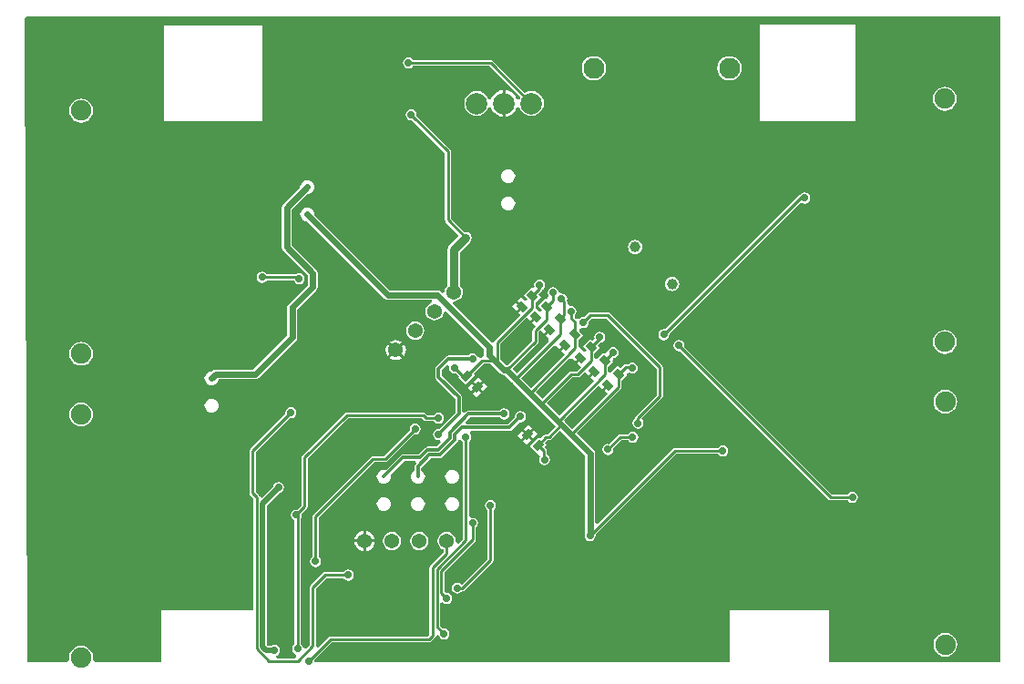
<source format=gbl>
G04 Layer_Physical_Order=2*
G04 Layer_Color=16711680*
%FSLAX44Y44*%
%MOMM*%
G71*
G01*
G75*
G04:AMPARAMS|DCode=27|XSize=0.9mm|YSize=0.7mm|CornerRadius=0mm|HoleSize=0mm|Usage=FLASHONLY|Rotation=135.000|XOffset=0mm|YOffset=0mm|HoleType=Round|Shape=Rectangle|*
%AMROTATEDRECTD27*
4,1,4,0.5657,-0.0707,0.0707,-0.5657,-0.5657,0.0707,-0.0707,0.5657,0.5657,-0.0707,0.0*
%
%ADD27ROTATEDRECTD27*%

G04:AMPARAMS|DCode=28|XSize=0.9mm|YSize=0.7mm|CornerRadius=0mm|HoleSize=0mm|Usage=FLASHONLY|Rotation=225.000|XOffset=0mm|YOffset=0mm|HoleType=Round|Shape=Rectangle|*
%AMROTATEDRECTD28*
4,1,4,0.0707,0.5657,0.5657,0.0707,-0.0707,-0.5657,-0.5657,-0.0707,0.0707,0.5657,0.0*
%
%ADD28ROTATEDRECTD28*%

%ADD29C,0.8000*%
%ADD31C,0.2500*%
%ADD32C,0.6000*%
%ADD33C,0.3000*%
%ADD34C,0.5000*%
%ADD36C,1.0000*%
%ADD37C,2.0000*%
%ADD38C,1.9500*%
%ADD39C,1.3716*%
%ADD40C,1.9000*%
%ADD41C,0.7000*%
G36*
X1003188Y676273D02*
X998946Y672030D01*
X1002398Y668578D01*
X971542Y637722D01*
X962207Y647057D01*
X991281Y676132D01*
X994859Y676117D01*
X997150Y673826D01*
X1001392Y678068D01*
X1003188Y676273D01*
D02*
G37*
G36*
X989476Y690880D02*
X985233Y686637D01*
X987714Y684156D01*
X987808Y680658D01*
X958207Y651057D01*
X953952Y655312D01*
X977360Y678720D01*
X977973Y679638D01*
X978188Y680720D01*
Y689708D01*
X980175Y691695D01*
X983437Y688433D01*
X987680Y692676D01*
X989476Y690880D01*
D02*
G37*
G36*
X976776Y702310D02*
X972533Y698067D01*
X975540Y695060D01*
X973360Y692880D01*
X972747Y691962D01*
X972532Y690880D01*
Y681891D01*
X949201Y658561D01*
X948690Y658663D01*
X948061D01*
X942628Y664095D01*
Y678279D01*
X967475Y703125D01*
X970737Y699863D01*
X974980Y704106D01*
X976776Y702310D01*
D02*
G37*
G36*
X1018298Y664712D02*
X1014056Y660470D01*
X1017508Y657018D01*
X1013559Y653068D01*
X1008380D01*
X1007298Y652853D01*
X1006380Y652240D01*
X981702Y627562D01*
X975542Y633722D01*
X1006391Y664571D01*
X1009969Y664557D01*
X1012260Y662266D01*
X1016502Y666508D01*
X1018298Y664712D01*
D02*
G37*
G36*
X1407160Y383540D02*
X1406634Y382270D01*
X1248410D01*
Y430530D01*
X1155700D01*
Y382270D01*
X770705D01*
X770158Y382936D01*
X769810Y384810D01*
X786031Y401032D01*
X876300D01*
X877382Y401247D01*
X878300Y401860D01*
X881682Y405242D01*
X881682Y405242D01*
X882295Y406160D01*
X882415Y406764D01*
X883691Y407611D01*
X885050Y408037D01*
X885371Y407817D01*
X885537Y406980D01*
X886648Y405318D01*
X888310Y404207D01*
X890270Y403818D01*
X892230Y404207D01*
X893892Y405318D01*
X895003Y406980D01*
X895392Y408940D01*
X895003Y410900D01*
X893892Y412562D01*
X892230Y413672D01*
X890270Y414062D01*
X889334Y413876D01*
X886534Y416675D01*
Y437737D01*
X889074Y438508D01*
X889188Y438338D01*
X890850Y437228D01*
X892810Y436838D01*
X894770Y437228D01*
X896432Y438338D01*
X897542Y440000D01*
X897932Y441960D01*
X897542Y443920D01*
X896432Y445582D01*
X894770Y446693D01*
X892810Y447082D01*
X892615Y447043D01*
X890558Y448840D01*
Y466189D01*
X918940Y494570D01*
X918940Y494570D01*
X919553Y495488D01*
X919768Y496570D01*
X919768Y496570D01*
Y507658D01*
X920562Y508188D01*
X921673Y509850D01*
X922062Y511810D01*
X921673Y513770D01*
X920562Y515432D01*
X918900Y516543D01*
X916940Y516932D01*
X915958Y516737D01*
X913418Y518321D01*
Y587668D01*
X914212Y588198D01*
X915322Y589860D01*
X915712Y591820D01*
X915322Y593780D01*
X914449Y595087D01*
X914853Y596518D01*
X915514Y597627D01*
X951230D01*
X951230Y597627D01*
X952410Y597862D01*
X953410Y598530D01*
X960754Y605874D01*
X961390Y605748D01*
X963350Y606138D01*
X965012Y607248D01*
X966123Y608910D01*
X966512Y610870D01*
X966123Y612830D01*
X965012Y614492D01*
X963350Y615602D01*
X961390Y615992D01*
X959430Y615602D01*
X957768Y614492D01*
X956657Y612830D01*
X956268Y610870D01*
X956394Y610234D01*
X949953Y603793D01*
X911144D01*
X910172Y606140D01*
X914359Y610327D01*
X942168D01*
X942528Y609788D01*
X944190Y608677D01*
X946150Y608288D01*
X948110Y608677D01*
X949772Y609788D01*
X950882Y611450D01*
X951272Y613410D01*
X950882Y615370D01*
X949772Y617032D01*
X948110Y618143D01*
X946150Y618532D01*
X944190Y618143D01*
X942528Y617032D01*
X942168Y616493D01*
X913082D01*
X913082Y616493D01*
X911902Y616259D01*
X910902Y615590D01*
X910902Y615590D01*
X909863Y614552D01*
X907323Y615604D01*
Y628650D01*
X907088Y629830D01*
X906420Y630830D01*
X906420Y630830D01*
X888273Y648977D01*
Y654043D01*
X893245Y659015D01*
X893357Y658968D01*
X895340Y657518D01*
X895063Y656125D01*
X895453Y654165D01*
X896564Y652503D01*
X898225Y651393D01*
X900186Y651003D01*
X901122Y651189D01*
X904052Y648259D01*
X903588Y647795D01*
X910693Y640690D01*
X919212Y649210D01*
X917660Y650762D01*
X927009Y660112D01*
X933565D01*
X942888Y650788D01*
X944385Y649789D01*
X946150Y649437D01*
X946779D01*
X953683Y642533D01*
X954064Y642279D01*
X954318Y641898D01*
X967018Y629198D01*
X977178Y619038D01*
X994228Y601988D01*
X986889Y594648D01*
X985259D01*
X984177Y594433D01*
X983260Y593820D01*
X980029Y590590D01*
X978477Y592142D01*
X969958Y583623D01*
X977063Y576518D01*
X977063D01*
X979114Y574977D01*
X979450Y573492D01*
X978969Y572773D01*
X978580Y570813D01*
X978969Y568852D01*
X980080Y567191D01*
X981742Y566080D01*
X983702Y565690D01*
X985662Y566080D01*
X987324Y567191D01*
X988435Y568852D01*
X988824Y570813D01*
X988435Y572773D01*
X987324Y574435D01*
X985662Y575545D01*
X985632Y575551D01*
Y579296D01*
X985417Y580378D01*
X984804Y581296D01*
X983322Y582778D01*
X985582Y585037D01*
X984029Y586590D01*
X986431Y588992D01*
X988060D01*
X989142Y589207D01*
X990060Y589820D01*
X998228Y597988D01*
X1005118Y591098D01*
X1021547Y574669D01*
Y502520D01*
X1021428Y502340D01*
X1021038Y500380D01*
X1021428Y498420D01*
X1022538Y496758D01*
X1024200Y495648D01*
X1026160Y495258D01*
X1028120Y495648D01*
X1029782Y496758D01*
X1030892Y498420D01*
X1031282Y500380D01*
X1031096Y501316D01*
X1106071Y576292D01*
X1145198D01*
X1145728Y575498D01*
X1147390Y574388D01*
X1149350Y573998D01*
X1151310Y574388D01*
X1152972Y575498D01*
X1154082Y577160D01*
X1154472Y579120D01*
X1154082Y581080D01*
X1152972Y582742D01*
X1151310Y583853D01*
X1149350Y584242D01*
X1147390Y583853D01*
X1145728Y582742D01*
X1145198Y581948D01*
X1104900D01*
X1103818Y581733D01*
X1102900Y581120D01*
X1033119Y511339D01*
X1030773Y512311D01*
Y576580D01*
X1030422Y578345D01*
X1029422Y579842D01*
X1013642Y595622D01*
X1054412Y636392D01*
X1055025Y637309D01*
X1055240Y638392D01*
Y644608D01*
X1060224Y649591D01*
X1059803Y650012D01*
X1060131Y650777D01*
X1063216Y651557D01*
X1063462Y651393D01*
X1065422Y651003D01*
X1067383Y651393D01*
X1069044Y652503D01*
X1070155Y654165D01*
X1070545Y656125D01*
X1070155Y658085D01*
X1069044Y659747D01*
X1067383Y660858D01*
X1065422Y661247D01*
X1063462Y660858D01*
X1061956Y659851D01*
X1059136D01*
X1059136Y659851D01*
X1058054Y659636D01*
X1057136Y659023D01*
X1057136Y659023D01*
X1053964Y655851D01*
X1051704Y658111D01*
X1045208Y651614D01*
X1042668Y652474D01*
Y657180D01*
X1047651Y662164D01*
X1046927Y662888D01*
X1047179Y664054D01*
X1047941Y665466D01*
X1049422Y665761D01*
X1051084Y666871D01*
X1052194Y668533D01*
X1052584Y670493D01*
X1052194Y672454D01*
X1051084Y674116D01*
X1049422Y675226D01*
X1047462Y675616D01*
X1045502Y675226D01*
X1043840Y674116D01*
X1042729Y672454D01*
X1042435Y670973D01*
X1041023Y670210D01*
X1039856Y669959D01*
X1039132Y670683D01*
X1032668Y664219D01*
X1030128Y665125D01*
Y669819D01*
X1035112Y674803D01*
X1032852Y677062D01*
X1035448Y679658D01*
X1037010Y679969D01*
X1038672Y681079D01*
X1039782Y682741D01*
X1040172Y684702D01*
X1039782Y686662D01*
X1038672Y688324D01*
X1037010Y689434D01*
X1035050Y689824D01*
X1033090Y689434D01*
X1031428Y688324D01*
X1030318Y686662D01*
X1029928Y684702D01*
X1030206Y683300D01*
X1028287Y681878D01*
X1028111Y681803D01*
X1026593Y683322D01*
X1019488Y676217D01*
X1023157Y672548D01*
X1023054Y672033D01*
X1020298Y671197D01*
X1016693Y674803D01*
Y674803D01*
X1015018Y676649D01*
Y681379D01*
X1020002Y686363D01*
X1016020Y690345D01*
X1016193Y691820D01*
X1016552Y692242D01*
X1018734Y693592D01*
X1019810Y693378D01*
X1021770Y693767D01*
X1023432Y694878D01*
X1024542Y696540D01*
X1024932Y698500D01*
X1024746Y699436D01*
X1027331Y702022D01*
X1041498D01*
X1088102Y655418D01*
Y631091D01*
X1068610Y611600D01*
X1067997Y610682D01*
X1067782Y609600D01*
Y609034D01*
X1066988Y608503D01*
X1065878Y606841D01*
X1065488Y604881D01*
X1065878Y602921D01*
X1066988Y601259D01*
X1068650Y600149D01*
X1070610Y599759D01*
X1072570Y600149D01*
X1074232Y601259D01*
X1075342Y602921D01*
X1075732Y604881D01*
X1075342Y606841D01*
X1074232Y608503D01*
X1074168Y609158D01*
X1092930Y627920D01*
X1093543Y628838D01*
X1093758Y629920D01*
Y656590D01*
X1093758Y656590D01*
X1093543Y657672D01*
X1092930Y658590D01*
X1044670Y706850D01*
X1043752Y707463D01*
X1042670Y707678D01*
X1026160D01*
X1025078Y707463D01*
X1024160Y706850D01*
X1024160Y706850D01*
X1020746Y703436D01*
X1019810Y703622D01*
X1017850Y703232D01*
X1016188Y702122D01*
X1016126Y702029D01*
X1016090Y702001D01*
X1012941Y701749D01*
X1012348Y702342D01*
X1012002Y705038D01*
X1013112Y706700D01*
X1013502Y708660D01*
X1013112Y710620D01*
X1012002Y712282D01*
X1010340Y713392D01*
X1008380Y713782D01*
X1007398Y713587D01*
X1004858Y715172D01*
Y717721D01*
X1004643Y718804D01*
X1004554Y718936D01*
X1004784Y720090D01*
X1004394Y722050D01*
X1003283Y723712D01*
X1001622Y724822D01*
X999661Y725212D01*
X999291Y725139D01*
X997158Y726062D01*
X996737Y727023D01*
X996517Y728131D01*
X995406Y729793D01*
X993745Y730904D01*
X991784Y731293D01*
X989824Y730904D01*
X988162Y729793D01*
X987052Y728131D01*
X986662Y726171D01*
X987052Y724211D01*
X987477Y723575D01*
X986830Y720617D01*
X985829Y720161D01*
X985070Y720920D01*
X977965Y713815D01*
X981634Y710145D01*
X981532Y709631D01*
X978776Y708795D01*
X975316Y712255D01*
Y717348D01*
X980300Y722331D01*
X978040Y724591D01*
X981212Y727763D01*
X981212Y727763D01*
X981825Y728681D01*
X981912Y729117D01*
X982834Y729733D01*
X983944Y731395D01*
X984334Y733355D01*
X983944Y735316D01*
X982834Y736977D01*
X981172Y738088D01*
X979212Y738478D01*
X977252Y738088D01*
X975590Y736977D01*
X974479Y735316D01*
X974090Y733355D01*
X974393Y731830D01*
X973246Y730794D01*
X972298Y730333D01*
X971780Y730851D01*
X964675Y723746D01*
X968344Y720077D01*
X968242Y719562D01*
X965486Y718726D01*
X961881Y722331D01*
X958536Y718987D01*
X963486Y714037D01*
X962588Y713139D01*
X963486Y712241D01*
X959243Y707999D01*
X961796Y705446D01*
X937800Y681450D01*
X937187Y680532D01*
X934501Y679842D01*
X898530Y715813D01*
X899203Y717639D01*
X899650Y718285D01*
X901619Y718544D01*
X903658Y719389D01*
X905409Y720733D01*
X906752Y722484D01*
X907597Y724523D01*
X907885Y726711D01*
X907597Y728899D01*
X906752Y730938D01*
X905409Y732689D01*
X905063Y732954D01*
Y763748D01*
X914573Y773257D01*
X915794Y775085D01*
X916222Y777240D01*
X915794Y779395D01*
X914573Y781223D01*
X912745Y782443D01*
X910590Y782872D01*
X909229Y782601D01*
X896908Y794921D01*
Y857250D01*
X896693Y858332D01*
X896080Y859250D01*
X864726Y890604D01*
X864912Y891540D01*
X864522Y893500D01*
X863412Y895162D01*
X861750Y896273D01*
X859790Y896662D01*
X857830Y896273D01*
X856168Y895162D01*
X855058Y893500D01*
X854668Y891540D01*
X855058Y889580D01*
X856168Y887918D01*
X857830Y886807D01*
X859790Y886418D01*
X860726Y886604D01*
X891252Y856078D01*
Y793750D01*
X891467Y792668D01*
X892080Y791750D01*
X904607Y779223D01*
X895448Y770063D01*
X894227Y768236D01*
X893799Y766081D01*
X893799Y766081D01*
Y732954D01*
X893453Y732689D01*
X892109Y730938D01*
X891264Y728899D01*
X891005Y726930D01*
X890359Y726483D01*
X888533Y725810D01*
X887182Y727162D01*
X885685Y728161D01*
X883920Y728513D01*
X840111D01*
X769844Y798780D01*
X769850Y798830D01*
X769626Y800533D01*
X768969Y802120D01*
X767923Y803483D01*
X766560Y804529D01*
X764973Y805186D01*
X763270Y805410D01*
X761567Y805186D01*
X759980Y804529D01*
X758617Y803483D01*
X757571Y802120D01*
X756914Y800533D01*
X756690Y798830D01*
X756914Y797127D01*
X757571Y795540D01*
X758617Y794177D01*
X759980Y793131D01*
X761567Y792474D01*
X763270Y792250D01*
X763320Y792256D01*
X834938Y720638D01*
X836435Y719639D01*
X838200Y719287D01*
X878695D01*
X879282Y716917D01*
X877243Y716072D01*
X875492Y714728D01*
X874149Y712977D01*
X873304Y710938D01*
X873016Y708750D01*
X873304Y706562D01*
X874149Y704523D01*
X875492Y702772D01*
X877243Y701429D01*
X879282Y700584D01*
X881470Y700296D01*
X883658Y700584D01*
X885697Y701429D01*
X887448Y702772D01*
X888792Y704523D01*
X889637Y706562D01*
X889812Y707893D01*
X891982Y708877D01*
X892395Y708902D01*
X927567Y673729D01*
Y668020D01*
X925844Y665776D01*
X925631Y665727D01*
X924755Y665553D01*
X924510Y665389D01*
X922420Y665924D01*
X921717Y666412D01*
X921673Y666637D01*
X920562Y668299D01*
X918900Y669409D01*
X916940Y669799D01*
X914980Y669409D01*
X913318Y668299D01*
X912958Y667760D01*
X894547D01*
X894547Y667760D01*
X893367Y667525D01*
X892366Y666857D01*
X892366Y666857D01*
X883010Y657500D01*
X882342Y656500D01*
X882107Y655320D01*
X882107Y655320D01*
Y647700D01*
X882107Y647700D01*
X882342Y646520D01*
X883010Y645520D01*
X901157Y627373D01*
Y614687D01*
X885826Y599356D01*
X885190Y599482D01*
X883230Y599092D01*
X881568Y597982D01*
X880458Y596320D01*
X880068Y594360D01*
X880458Y592400D01*
X881568Y590738D01*
X883230Y589627D01*
X885190Y589238D01*
X886248Y589448D01*
X887499Y587107D01*
X883309Y582917D01*
X874977D01*
X874977Y582917D01*
X873797Y582682D01*
X872796Y582014D01*
X866635Y575853D01*
X852170D01*
X850990Y575619D01*
X849990Y574950D01*
X849990Y574950D01*
X836300Y561260D01*
X836093Y561346D01*
X834390Y561570D01*
X832687Y561346D01*
X831100Y560689D01*
X829737Y559643D01*
X828691Y558280D01*
X828034Y556693D01*
X827810Y554990D01*
X828034Y553287D01*
X828691Y551700D01*
X829737Y550337D01*
X831100Y549291D01*
X832687Y548634D01*
X834390Y548410D01*
X836093Y548634D01*
X837680Y549291D01*
X839043Y550337D01*
X840089Y551700D01*
X840746Y553287D01*
X840970Y554990D01*
X840746Y556693D01*
X840660Y556900D01*
X853447Y569687D01*
X863548D01*
X864520Y567340D01*
X863960Y566780D01*
X863291Y565779D01*
X863057Y564600D01*
X863057Y564599D01*
Y560774D01*
X862850Y560689D01*
X861487Y559643D01*
X860441Y558280D01*
X859784Y556693D01*
X859560Y554990D01*
X859784Y553287D01*
X860441Y551700D01*
X861487Y550337D01*
X862850Y549291D01*
X864437Y548634D01*
X866140Y548410D01*
X867843Y548634D01*
X869430Y549291D01*
X870793Y550337D01*
X871839Y551700D01*
X872496Y553287D01*
X872720Y554990D01*
X872496Y556693D01*
X871839Y558280D01*
X870793Y559643D01*
X869430Y560689D01*
X869223Y560774D01*
Y563322D01*
X878128Y572227D01*
X886460D01*
X886460Y572227D01*
X887640Y572462D01*
X888640Y573130D01*
X902610Y587100D01*
X902610Y587100D01*
X903279Y588100D01*
X903513Y589280D01*
X904774Y589592D01*
X906053Y589567D01*
X906968Y588198D01*
X907762Y587668D01*
Y497082D01*
X903500Y492821D01*
X901094Y494007D01*
X901264Y495300D01*
X900976Y497488D01*
X900132Y499527D01*
X898788Y501278D01*
X897037Y502622D01*
X894998Y503466D01*
X892810Y503754D01*
X890622Y503466D01*
X888583Y502622D01*
X886832Y501278D01*
X885488Y499527D01*
X884644Y497488D01*
X884356Y495300D01*
X884644Y493112D01*
X885488Y491073D01*
X886832Y489322D01*
X888583Y487978D01*
X889982Y487399D01*
Y484993D01*
X877682Y472693D01*
X877069Y471776D01*
X876854Y470694D01*
Y408414D01*
X875128Y406688D01*
X784860D01*
X783778Y406473D01*
X782860Y405860D01*
X773584Y396584D01*
X771785Y397276D01*
X771178Y397770D01*
Y450948D01*
X780952Y460722D01*
X797217D01*
X797748Y459928D01*
X799410Y458817D01*
X801370Y458428D01*
X803330Y458817D01*
X804992Y459928D01*
X806103Y461590D01*
X806492Y463550D01*
X806103Y465510D01*
X804992Y467172D01*
X803330Y468283D01*
X801370Y468672D01*
X799410Y468283D01*
X797748Y467172D01*
X797217Y466378D01*
X779780D01*
X778698Y466163D01*
X777780Y465550D01*
X766350Y454120D01*
X765737Y453202D01*
X765522Y452120D01*
Y398681D01*
X761916Y395076D01*
X759289Y396041D01*
X759112Y396930D01*
X758002Y398592D01*
X757208Y399123D01*
Y516521D01*
X757842Y517470D01*
X758232Y519430D01*
X758046Y520366D01*
X762730Y525050D01*
X763343Y525968D01*
X763558Y527050D01*
Y571599D01*
X801272Y609312D01*
X870049D01*
X871760Y607600D01*
X872678Y606987D01*
X873760Y606772D01*
X881038D01*
X881568Y605978D01*
X883230Y604868D01*
X885190Y604478D01*
X887150Y604868D01*
X888812Y605978D01*
X889922Y607640D01*
X890312Y609600D01*
X889922Y611560D01*
X888812Y613222D01*
X887150Y614333D01*
X885190Y614722D01*
X883230Y614333D01*
X881568Y613222D01*
X881038Y612428D01*
X874931D01*
X873220Y614140D01*
X872302Y614753D01*
X871220Y614968D01*
X800100D01*
X799018Y614753D01*
X798100Y614140D01*
X758730Y574770D01*
X758117Y573852D01*
X757902Y572770D01*
Y528222D01*
X754046Y524366D01*
X753110Y524552D01*
X751150Y524162D01*
X749488Y523052D01*
X748378Y521390D01*
X747988Y519430D01*
X748378Y517470D01*
X749488Y515808D01*
X751150Y514697D01*
X751552Y514618D01*
Y399123D01*
X750758Y398592D01*
X749648Y396930D01*
X749258Y394970D01*
X749648Y393010D01*
X750758Y391348D01*
X752167Y390406D01*
X752562Y389618D01*
X753023Y387611D01*
X752065Y386368D01*
X734703D01*
X734453Y388908D01*
X734750Y388968D01*
X736412Y390078D01*
X737523Y391740D01*
X737912Y393700D01*
X737523Y395660D01*
X736412Y397322D01*
X734750Y398433D01*
X732790Y398822D01*
X730830Y398433D01*
X729887Y397803D01*
X726870D01*
X725581Y399091D01*
Y528009D01*
X737449Y539876D01*
X738560Y540098D01*
X740222Y541208D01*
X741332Y542870D01*
X741722Y544830D01*
X741332Y546790D01*
X740222Y548452D01*
X738560Y549562D01*
X736600Y549952D01*
X734640Y549562D01*
X732978Y548452D01*
X731868Y546790D01*
X731646Y545679D01*
X721291Y535323D01*
X718923Y536548D01*
X718817Y537081D01*
X718204Y537999D01*
X715298Y540904D01*
Y577948D01*
X747094Y609744D01*
X748030Y609558D01*
X749990Y609948D01*
X751652Y611058D01*
X752763Y612720D01*
X753152Y614680D01*
X752763Y616640D01*
X751652Y618302D01*
X749990Y619412D01*
X748030Y619802D01*
X746070Y619412D01*
X744408Y618302D01*
X743298Y616640D01*
X742908Y614680D01*
X743094Y613744D01*
X710470Y581120D01*
X709857Y580202D01*
X709642Y579120D01*
Y539733D01*
X709857Y538650D01*
X710470Y537733D01*
X713376Y534827D01*
Y430530D01*
X627380D01*
X627380Y382270D01*
X565412D01*
X563853Y384810D01*
X564139Y386980D01*
X563760Y389858D01*
X562649Y392540D01*
X560882Y394842D01*
X558580Y396609D01*
X555898Y397720D01*
X553020Y398099D01*
X550142Y397720D01*
X547460Y396609D01*
X545158Y394842D01*
X543391Y392540D01*
X542280Y389858D01*
X541901Y386980D01*
X542187Y384810D01*
X540628Y382270D01*
X502920D01*
X500394Y980960D01*
X502925Y982980D01*
X1407160D01*
Y383540D01*
D02*
G37*
G36*
X1043410Y639501D02*
X1039167Y635258D01*
X1042223Y632203D01*
X1009642Y599622D01*
X1002752Y606512D01*
X1001577Y607687D01*
X1034158Y640268D01*
X1037372Y637054D01*
X1041614Y641297D01*
X1043410Y639501D01*
D02*
G37*
G36*
X1030838Y652073D02*
X1026595Y647831D01*
X1030158Y644268D01*
X997577Y611687D01*
X985702Y623562D01*
X1009551Y647412D01*
X1014730D01*
X1015812Y647627D01*
X1016730Y648240D01*
X1021458Y652968D01*
X1024799Y649627D01*
X1029042Y653869D01*
X1030838Y652073D01*
D02*
G37*
%LPC*%
G36*
X962730Y597574D02*
X958678Y593523D01*
X962022Y590178D01*
X966074Y594230D01*
X962730Y597574D01*
D02*
G37*
G36*
X973718Y598282D02*
X969666Y594230D01*
X973011Y590885D01*
X977063Y594937D01*
X973718Y598282D01*
D02*
G37*
G36*
X863600Y604562D02*
X861640Y604173D01*
X859978Y603062D01*
X858867Y601400D01*
X858478Y599440D01*
X858664Y598504D01*
X834489Y574328D01*
X824230D01*
X823148Y574113D01*
X822230Y573500D01*
X822230Y573500D01*
X768890Y520160D01*
X768277Y519242D01*
X768062Y518160D01*
Y480402D01*
X767268Y479872D01*
X766158Y478210D01*
X765768Y476250D01*
X766158Y474290D01*
X767268Y472628D01*
X768930Y471517D01*
X770890Y471128D01*
X772850Y471517D01*
X774512Y472628D01*
X775622Y474290D01*
X776012Y476250D01*
X775622Y478210D01*
X774512Y479872D01*
X773718Y480402D01*
Y516988D01*
X825402Y568672D01*
X835660D01*
X836742Y568887D01*
X837660Y569500D01*
X862664Y594504D01*
X863600Y594318D01*
X865560Y594707D01*
X867222Y595818D01*
X868333Y597480D01*
X868722Y599440D01*
X868333Y601400D01*
X867222Y603062D01*
X865560Y604173D01*
X863600Y604562D01*
D02*
G37*
G36*
X897890Y561570D02*
X896187Y561346D01*
X894600Y560689D01*
X893237Y559643D01*
X892191Y558280D01*
X891534Y556693D01*
X891310Y554990D01*
X891534Y553287D01*
X892191Y551700D01*
X893237Y550337D01*
X894600Y549291D01*
X896187Y548634D01*
X897890Y548410D01*
X899593Y548634D01*
X901180Y549291D01*
X902543Y550337D01*
X903589Y551700D01*
X904246Y553287D01*
X904470Y554990D01*
X904246Y556693D01*
X903589Y558280D01*
X902543Y559643D01*
X901180Y560689D01*
X899593Y561346D01*
X897890Y561570D01*
D02*
G37*
G36*
X967870Y592434D02*
X963819Y588382D01*
X967163Y585037D01*
X971215Y589089D01*
X967870Y592434D01*
D02*
G37*
G36*
X1065711Y596942D02*
X1063750Y596553D01*
X1062088Y595442D01*
X1061558Y594648D01*
X1054100D01*
X1053018Y594433D01*
X1052100Y593820D01*
X1043606Y585326D01*
X1042670Y585512D01*
X1040710Y585122D01*
X1039048Y584012D01*
X1037937Y582350D01*
X1037548Y580390D01*
X1037937Y578430D01*
X1039048Y576768D01*
X1040710Y575658D01*
X1042670Y575268D01*
X1044630Y575658D01*
X1046292Y576768D01*
X1047402Y578430D01*
X1047792Y580390D01*
X1047606Y581326D01*
X1055272Y588992D01*
X1061558D01*
X1062088Y588198D01*
X1063750Y587088D01*
X1065711Y586698D01*
X1067671Y587088D01*
X1069333Y588198D01*
X1070443Y589860D01*
X1070833Y591820D01*
X1070443Y593780D01*
X1069333Y595442D01*
X1067671Y596553D01*
X1065711Y596942D01*
D02*
G37*
G36*
X1356360Y635959D02*
X1353482Y635580D01*
X1350800Y634469D01*
X1348498Y632702D01*
X1346731Y630400D01*
X1345620Y627718D01*
X1345241Y624840D01*
X1345620Y621962D01*
X1346731Y619280D01*
X1348498Y616978D01*
X1350800Y615211D01*
X1353482Y614100D01*
X1356360Y613721D01*
X1359238Y614100D01*
X1361920Y615211D01*
X1364222Y616978D01*
X1365989Y619280D01*
X1367100Y621962D01*
X1367479Y624840D01*
X1367100Y627718D01*
X1365989Y630400D01*
X1364222Y632702D01*
X1361920Y634469D01*
X1359238Y635580D01*
X1356360Y635959D01*
D02*
G37*
G36*
X674370Y627610D02*
X672667Y627386D01*
X671080Y626729D01*
X669717Y625683D01*
X668671Y624320D01*
X668014Y622733D01*
X667790Y621030D01*
X668014Y619327D01*
X668671Y617740D01*
X669717Y616377D01*
X671080Y615331D01*
X672667Y614674D01*
X674370Y614450D01*
X676073Y614674D01*
X677660Y615331D01*
X679023Y616377D01*
X680069Y617740D01*
X680726Y619327D01*
X680950Y621030D01*
X680726Y622733D01*
X680069Y624320D01*
X679023Y625683D01*
X677660Y626729D01*
X676073Y627386D01*
X674370Y627610D01*
D02*
G37*
G36*
X921300Y636807D02*
X917248Y632755D01*
X920593Y629411D01*
X924644Y633462D01*
X921300Y636807D01*
D02*
G37*
G36*
X968577Y603422D02*
X964526Y599370D01*
X967870Y596026D01*
X971922Y600078D01*
X968577Y603422D01*
D02*
G37*
G36*
X1155700Y946091D02*
X1152757Y945704D01*
X1150014Y944568D01*
X1147659Y942761D01*
X1145852Y940406D01*
X1144716Y937663D01*
X1144329Y934720D01*
X1144716Y931777D01*
X1145852Y929034D01*
X1147659Y926679D01*
X1150014Y924872D01*
X1152757Y923736D01*
X1155700Y923349D01*
X1158643Y923736D01*
X1161386Y924872D01*
X1163741Y926679D01*
X1165548Y929034D01*
X1166684Y931777D01*
X1167071Y934720D01*
X1166684Y937663D01*
X1165548Y940406D01*
X1163741Y942761D01*
X1161386Y944568D01*
X1158643Y945704D01*
X1155700Y946091D01*
D02*
G37*
G36*
X553020Y624099D02*
X550142Y623720D01*
X547460Y622609D01*
X545158Y620842D01*
X543391Y618540D01*
X542280Y615858D01*
X541901Y612980D01*
X542280Y610102D01*
X543391Y607421D01*
X545158Y605118D01*
X547460Y603351D01*
X550142Y602240D01*
X553020Y601861D01*
X555898Y602240D01*
X558580Y603351D01*
X560882Y605118D01*
X562649Y607421D01*
X563760Y610102D01*
X564139Y612980D01*
X563760Y615858D01*
X562649Y618540D01*
X560882Y620842D01*
X558580Y622609D01*
X555898Y623720D01*
X553020Y624099D01*
D02*
G37*
G36*
X825882Y494030D02*
X817880D01*
Y486029D01*
X819053Y486183D01*
X821329Y487126D01*
X823284Y488626D01*
X824784Y490581D01*
X825727Y492857D01*
X825882Y494030D01*
D02*
G37*
G36*
X842010Y503754D02*
X839822Y503466D01*
X837783Y502622D01*
X836032Y501278D01*
X834688Y499527D01*
X833844Y497488D01*
X833556Y495300D01*
X833844Y493112D01*
X834688Y491073D01*
X836032Y489322D01*
X837783Y487978D01*
X839822Y487134D01*
X842010Y486846D01*
X844198Y487134D01*
X846237Y487978D01*
X847988Y489322D01*
X849332Y491073D01*
X850176Y493112D01*
X850464Y495300D01*
X850176Y497488D01*
X849332Y499527D01*
X847988Y501278D01*
X846237Y502622D01*
X844198Y503466D01*
X842010Y503754D01*
D02*
G37*
G36*
X867410D02*
X865222Y503466D01*
X863183Y502622D01*
X861432Y501278D01*
X860088Y499527D01*
X859244Y497488D01*
X858956Y495300D01*
X859244Y493112D01*
X860088Y491073D01*
X861432Y489322D01*
X863183Y487978D01*
X865222Y487134D01*
X867410Y486846D01*
X869598Y487134D01*
X871637Y487978D01*
X873388Y489322D01*
X874732Y491073D01*
X875576Y493112D01*
X875864Y495300D01*
X875576Y497488D01*
X874732Y499527D01*
X873388Y501278D01*
X871637Y502622D01*
X869598Y503466D01*
X867410Y503754D01*
D02*
G37*
G36*
X1356360Y409959D02*
X1353482Y409580D01*
X1350800Y408469D01*
X1348498Y406702D01*
X1346731Y404399D01*
X1345620Y401718D01*
X1345241Y398840D01*
X1345620Y395962D01*
X1346731Y393280D01*
X1348498Y390978D01*
X1350800Y389211D01*
X1353482Y388100D01*
X1356360Y387721D01*
X1359238Y388100D01*
X1361920Y389211D01*
X1364222Y390978D01*
X1365989Y393280D01*
X1367100Y395962D01*
X1367479Y398840D01*
X1367100Y401718D01*
X1365989Y404399D01*
X1364222Y406702D01*
X1361920Y408469D01*
X1359238Y409580D01*
X1356360Y409959D01*
D02*
G37*
G36*
X933450Y533442D02*
X931490Y533052D01*
X929828Y531942D01*
X928717Y530280D01*
X928328Y528320D01*
X928717Y526360D01*
X929828Y524698D01*
X930622Y524168D01*
Y478691D01*
X906916Y454986D01*
X906245Y455052D01*
X904583Y456162D01*
X902623Y456552D01*
X900662Y456162D01*
X899000Y455052D01*
X897890Y453390D01*
X897500Y451430D01*
X897890Y449469D01*
X899000Y447808D01*
X900662Y446697D01*
X902623Y446307D01*
X904583Y446697D01*
X906245Y447808D01*
X906775Y448601D01*
X907360D01*
X908442Y448817D01*
X909360Y449430D01*
X935450Y475520D01*
X936063Y476438D01*
X936278Y477520D01*
Y524168D01*
X937072Y524698D01*
X938183Y526360D01*
X938572Y528320D01*
X938183Y530280D01*
X937072Y531942D01*
X935410Y533052D01*
X933450Y533442D01*
D02*
G37*
G36*
X815340Y494030D02*
X807338D01*
X807493Y492857D01*
X808436Y490581D01*
X809936Y488626D01*
X811891Y487126D01*
X814167Y486183D01*
X815340Y486029D01*
Y494030D01*
D02*
G37*
G36*
X866140Y536170D02*
X864437Y535946D01*
X862850Y535289D01*
X861487Y534243D01*
X860441Y532880D01*
X859784Y531293D01*
X859560Y529590D01*
X859784Y527887D01*
X860441Y526300D01*
X861487Y524937D01*
X862850Y523891D01*
X864437Y523234D01*
X866140Y523010D01*
X867843Y523234D01*
X869430Y523891D01*
X870793Y524937D01*
X871839Y526300D01*
X872496Y527887D01*
X872720Y529590D01*
X872496Y531293D01*
X871839Y532880D01*
X870793Y534243D01*
X869430Y535289D01*
X867843Y535946D01*
X866140Y536170D01*
D02*
G37*
G36*
X897890D02*
X896187Y535946D01*
X894600Y535289D01*
X893237Y534243D01*
X892191Y532880D01*
X891534Y531293D01*
X891310Y529590D01*
X891534Y527887D01*
X892191Y526300D01*
X893237Y524937D01*
X894600Y523891D01*
X896187Y523234D01*
X897890Y523010D01*
X899593Y523234D01*
X901180Y523891D01*
X902543Y524937D01*
X903589Y526300D01*
X904246Y527887D01*
X904470Y529590D01*
X904246Y531293D01*
X903589Y532880D01*
X902543Y534243D01*
X901180Y535289D01*
X899593Y535946D01*
X897890Y536170D01*
D02*
G37*
G36*
X1108710Y682032D02*
X1106750Y681643D01*
X1105088Y680532D01*
X1103978Y678870D01*
X1103588Y676910D01*
X1103978Y674950D01*
X1105088Y673288D01*
X1106750Y672178D01*
X1108710Y671788D01*
X1109646Y671974D01*
X1247680Y533940D01*
X1248598Y533327D01*
X1249680Y533112D01*
X1265847D01*
X1266378Y532318D01*
X1268040Y531208D01*
X1270000Y530818D01*
X1271960Y531208D01*
X1273622Y532318D01*
X1274733Y533980D01*
X1275122Y535940D01*
X1274733Y537900D01*
X1273622Y539562D01*
X1271960Y540672D01*
X1270000Y541062D01*
X1268040Y540672D01*
X1266378Y539562D01*
X1265847Y538768D01*
X1250852D01*
X1113646Y675974D01*
X1113832Y676910D01*
X1113443Y678870D01*
X1112332Y680532D01*
X1110670Y681643D01*
X1108710Y682032D01*
D02*
G37*
G36*
X815340Y504571D02*
X814167Y504417D01*
X811891Y503474D01*
X809936Y501974D01*
X808436Y500019D01*
X807493Y497743D01*
X807338Y496570D01*
X815340D01*
Y504571D01*
D02*
G37*
G36*
X817880D02*
Y496570D01*
X825882D01*
X825727Y497743D01*
X824784Y500019D01*
X823284Y501974D01*
X821329Y503474D01*
X819053Y504417D01*
X817880Y504571D01*
D02*
G37*
G36*
X834390Y536170D02*
X832687Y535946D01*
X831100Y535289D01*
X829737Y534243D01*
X828691Y532880D01*
X828034Y531293D01*
X827810Y529590D01*
X828034Y527887D01*
X828691Y526300D01*
X829737Y524937D01*
X831100Y523891D01*
X832687Y523234D01*
X834390Y523010D01*
X836093Y523234D01*
X837680Y523891D01*
X839043Y524937D01*
X840089Y526300D01*
X840746Y527887D01*
X840970Y529590D01*
X840746Y531293D01*
X840089Y532880D01*
X839043Y534243D01*
X837680Y535289D01*
X836093Y535946D01*
X834390Y536170D01*
D02*
G37*
G36*
X916159Y641948D02*
X912107Y637896D01*
X915452Y634551D01*
X919504Y638603D01*
X916159Y641948D01*
D02*
G37*
G36*
X956740Y717191D02*
X953395Y713846D01*
X957447Y709794D01*
X960792Y713139D01*
X956740Y717191D01*
D02*
G37*
G36*
X1102432Y740643D02*
X1100729Y740418D01*
X1099142Y739761D01*
X1097779Y738715D01*
X1096734Y737353D01*
X1096076Y735766D01*
X1095852Y734062D01*
X1096076Y732359D01*
X1096734Y730772D01*
X1097779Y729409D01*
X1099142Y728364D01*
X1100729Y727706D01*
X1102432Y727482D01*
X1104135Y727706D01*
X1105723Y728364D01*
X1107085Y729409D01*
X1108131Y730772D01*
X1108788Y732359D01*
X1109013Y734062D01*
X1108788Y735766D01*
X1108131Y737353D01*
X1107085Y738715D01*
X1105723Y739761D01*
X1104135Y740418D01*
X1102432Y740643D01*
D02*
G37*
G36*
X721360Y745532D02*
X719400Y745143D01*
X717738Y744032D01*
X716628Y742370D01*
X716238Y740410D01*
X716628Y738450D01*
X717738Y736788D01*
X719400Y735677D01*
X721360Y735288D01*
X723320Y735677D01*
X724982Y736788D01*
X725512Y737582D01*
X750837D01*
X750918Y737180D01*
X752028Y735518D01*
X753690Y734408D01*
X755650Y734018D01*
X757610Y734408D01*
X759272Y735518D01*
X760383Y737180D01*
X760772Y739140D01*
X760383Y741100D01*
X759272Y742762D01*
X757610Y743873D01*
X755650Y744262D01*
X753690Y743873D01*
X752741Y743238D01*
X725512D01*
X724982Y744032D01*
X723320Y745143D01*
X721360Y745532D01*
D02*
G37*
G36*
X863510Y699244D02*
X861322Y698956D01*
X859283Y698111D01*
X857532Y696768D01*
X856188Y695017D01*
X855343Y692978D01*
X855055Y690790D01*
X855343Y688602D01*
X856188Y686563D01*
X857532Y684812D01*
X859283Y683468D01*
X861322Y682624D01*
X863510Y682335D01*
X865698Y682624D01*
X867737Y683468D01*
X869488Y684812D01*
X870831Y686563D01*
X871676Y688602D01*
X871964Y690790D01*
X871676Y692978D01*
X870831Y695017D01*
X869488Y696768D01*
X867737Y698111D01*
X865698Y698956D01*
X863510Y699244D01*
D02*
G37*
G36*
X1272540Y975360D02*
X1183640D01*
X1183640Y885190D01*
X1272540D01*
X1272540Y975360D01*
D02*
G37*
G36*
X721360Y974090D02*
X629920Y974090D01*
X629920Y885190D01*
X721360Y885190D01*
X721360Y974090D01*
D02*
G37*
G36*
X763270Y830810D02*
X761567Y830586D01*
X759980Y829929D01*
X758617Y828883D01*
X757571Y827520D01*
X756914Y825933D01*
X756690Y824230D01*
X756696Y824180D01*
X740958Y808442D01*
X739958Y806945D01*
X739607Y805180D01*
Y768350D01*
X739958Y766585D01*
X740958Y765088D01*
X763737Y742309D01*
Y733431D01*
X746038Y715732D01*
X745039Y714235D01*
X744687Y712470D01*
Y686441D01*
X713099Y654853D01*
X678180D01*
X676415Y654501D01*
X674918Y653502D01*
X674420Y653004D01*
X674370Y653010D01*
X672667Y652786D01*
X671080Y652129D01*
X669717Y651083D01*
X668671Y649720D01*
X668014Y648133D01*
X667790Y646430D01*
X668014Y644727D01*
X668671Y643140D01*
X669717Y641777D01*
X671080Y640731D01*
X672667Y640074D01*
X674370Y639850D01*
X676073Y640074D01*
X677660Y640731D01*
X679023Y641777D01*
X680069Y643140D01*
X680726Y644727D01*
X680845Y645627D01*
X715010D01*
X716775Y645978D01*
X718272Y646978D01*
X752562Y681268D01*
X753561Y682765D01*
X753913Y684530D01*
Y710559D01*
X771612Y728258D01*
X772611Y729755D01*
X772963Y731520D01*
Y744220D01*
X772611Y745985D01*
X771612Y747482D01*
X748833Y770261D01*
Y803269D01*
X763220Y817656D01*
X763270Y817650D01*
X764973Y817874D01*
X766560Y818531D01*
X767923Y819577D01*
X768969Y820940D01*
X769626Y822527D01*
X769850Y824230D01*
X769626Y825933D01*
X768969Y827520D01*
X767923Y828883D01*
X766560Y829929D01*
X764973Y830586D01*
X763270Y830810D01*
D02*
G37*
G36*
X949960Y840970D02*
X948257Y840746D01*
X946670Y840089D01*
X945307Y839043D01*
X944261Y837680D01*
X943604Y836093D01*
X943380Y834390D01*
X943604Y832687D01*
X944261Y831100D01*
X945307Y829737D01*
X946670Y828691D01*
X948257Y828034D01*
X949960Y827810D01*
X951663Y828034D01*
X953250Y828691D01*
X954613Y829737D01*
X955659Y831100D01*
X956316Y832687D01*
X956540Y834390D01*
X956316Y836093D01*
X955659Y837680D01*
X954613Y839043D01*
X953250Y840089D01*
X951663Y840746D01*
X949960Y840970D01*
D02*
G37*
G36*
X553020Y906509D02*
X550142Y906130D01*
X547460Y905019D01*
X545158Y903252D01*
X543391Y900950D01*
X542280Y898268D01*
X541901Y895390D01*
X542280Y892512D01*
X543391Y889830D01*
X545158Y887528D01*
X547460Y885761D01*
X550142Y884650D01*
X553020Y884271D01*
X555898Y884650D01*
X558580Y885761D01*
X560882Y887528D01*
X562649Y889830D01*
X563760Y892512D01*
X564139Y895390D01*
X563760Y898268D01*
X562649Y900950D01*
X560882Y903252D01*
X558580Y905019D01*
X555898Y906130D01*
X553020Y906509D01*
D02*
G37*
G36*
X1067925Y775150D02*
X1066222Y774925D01*
X1064635Y774268D01*
X1063273Y773222D01*
X1062227Y771859D01*
X1061570Y770272D01*
X1061345Y768569D01*
X1061570Y766866D01*
X1062227Y765279D01*
X1063273Y763916D01*
X1064635Y762870D01*
X1066222Y762213D01*
X1067925Y761989D01*
X1069629Y762213D01*
X1071216Y762870D01*
X1072579Y763916D01*
X1073624Y765279D01*
X1074282Y766866D01*
X1074506Y768569D01*
X1074282Y770272D01*
X1073624Y771859D01*
X1072579Y773222D01*
X1071216Y774268D01*
X1069629Y774925D01*
X1067925Y775150D01*
D02*
G37*
G36*
X949960Y815570D02*
X948257Y815346D01*
X946670Y814689D01*
X945307Y813643D01*
X944261Y812280D01*
X943604Y810693D01*
X943380Y808990D01*
X943604Y807287D01*
X944261Y805700D01*
X945307Y804337D01*
X946670Y803291D01*
X948257Y802634D01*
X949960Y802410D01*
X951663Y802634D01*
X953250Y803291D01*
X954613Y804337D01*
X955659Y805700D01*
X956316Y807287D01*
X956540Y808990D01*
X956316Y810693D01*
X955659Y812280D01*
X954613Y813643D01*
X953250Y814689D01*
X951663Y815346D01*
X949960Y815570D01*
D02*
G37*
G36*
X1225550Y819192D02*
X1223590Y818802D01*
X1221928Y817692D01*
X1221345Y816820D01*
X1220658Y816683D01*
X1219740Y816070D01*
X1095676Y692006D01*
X1094740Y692192D01*
X1092780Y691803D01*
X1091118Y690692D01*
X1090007Y689030D01*
X1089618Y687070D01*
X1090007Y685110D01*
X1091118Y683448D01*
X1092780Y682337D01*
X1094740Y681948D01*
X1096700Y682337D01*
X1098362Y683448D01*
X1099473Y685110D01*
X1099862Y687070D01*
X1099676Y688006D01*
X1222042Y810372D01*
X1223590Y809337D01*
X1225550Y808948D01*
X1227510Y809337D01*
X1229172Y810448D01*
X1230283Y812110D01*
X1230672Y814070D01*
X1230283Y816030D01*
X1229172Y817692D01*
X1227510Y818802D01*
X1225550Y819192D01*
D02*
G37*
G36*
X857250Y944922D02*
X855290Y944532D01*
X853628Y943422D01*
X852517Y941760D01*
X852128Y939800D01*
X852517Y937840D01*
X853628Y936178D01*
X855290Y935068D01*
X857250Y934678D01*
X859210Y935068D01*
X860872Y936178D01*
X861403Y936972D01*
X932638D01*
X961402Y908208D01*
X960991Y907001D01*
X960493Y905932D01*
X958004Y906107D01*
X957069Y908364D01*
X955065Y910975D01*
X952454Y912979D01*
X949413Y914238D01*
X947420Y914501D01*
Y902060D01*
Y889619D01*
X949413Y889882D01*
X952454Y891141D01*
X955065Y893145D01*
X957069Y895756D01*
X958004Y898013D01*
X960623Y898197D01*
X960683Y898182D01*
X961484Y896248D01*
X963331Y893841D01*
X965738Y891994D01*
X968542Y890833D01*
X971550Y890437D01*
X974558Y890833D01*
X977362Y891994D01*
X979769Y893841D01*
X981616Y896248D01*
X982777Y899052D01*
X983173Y902060D01*
X982777Y905068D01*
X981616Y907872D01*
X979769Y910279D01*
X977362Y912126D01*
X974558Y913287D01*
X971550Y913683D01*
X968542Y913287D01*
X965738Y912126D01*
X965594Y912016D01*
X935810Y941800D01*
X934892Y942413D01*
X933810Y942628D01*
X861403D01*
X860872Y943422D01*
X859210Y944532D01*
X857250Y944922D01*
D02*
G37*
G36*
X553020Y680509D02*
X550142Y680130D01*
X547460Y679019D01*
X545158Y677252D01*
X543391Y674950D01*
X542280Y672268D01*
X541901Y669390D01*
X542280Y666512D01*
X543391Y663830D01*
X545158Y661528D01*
X547460Y659761D01*
X550142Y658650D01*
X553020Y658271D01*
X555898Y658650D01*
X558580Y659761D01*
X560882Y661528D01*
X562649Y663830D01*
X563760Y666512D01*
X564139Y669390D01*
X563760Y672268D01*
X562649Y674950D01*
X560882Y677252D01*
X558580Y679019D01*
X555898Y680130D01*
X553020Y680509D01*
D02*
G37*
G36*
X944880Y914501D02*
X942887Y914238D01*
X939846Y912979D01*
X937235Y910975D01*
X935231Y908364D01*
X934296Y906107D01*
X931677Y905923D01*
X931617Y905938D01*
X930816Y907872D01*
X928969Y910279D01*
X926562Y912126D01*
X923758Y913287D01*
X920750Y913683D01*
X917742Y913287D01*
X914938Y912126D01*
X912531Y910279D01*
X910684Y907872D01*
X909523Y905068D01*
X909127Y902060D01*
X909523Y899052D01*
X910684Y896248D01*
X912531Y893841D01*
X914938Y891994D01*
X917742Y890833D01*
X920750Y890437D01*
X923758Y890833D01*
X926562Y891994D01*
X928969Y893841D01*
X930816Y896248D01*
X931617Y898182D01*
X931677Y898197D01*
X934296Y898013D01*
X935231Y895756D01*
X937235Y893145D01*
X939846Y891141D01*
X942887Y889882D01*
X944880Y889619D01*
Y902060D01*
Y914501D01*
D02*
G37*
G36*
X927148Y642655D02*
X923096Y638603D01*
X926441Y635258D01*
X930492Y639310D01*
X927148Y642655D01*
D02*
G37*
G36*
X1029700Y946091D02*
X1026757Y945704D01*
X1024014Y944568D01*
X1021659Y942761D01*
X1019852Y940406D01*
X1018716Y937663D01*
X1018329Y934720D01*
X1018716Y931777D01*
X1019852Y929034D01*
X1021659Y926679D01*
X1024014Y924872D01*
X1026757Y923736D01*
X1029700Y923349D01*
X1032643Y923736D01*
X1035386Y924872D01*
X1037741Y926679D01*
X1039548Y929034D01*
X1040684Y931777D01*
X1041071Y934720D01*
X1040684Y937663D01*
X1039548Y940406D01*
X1037741Y942761D01*
X1035386Y944568D01*
X1032643Y945704D01*
X1029700Y946091D01*
D02*
G37*
G36*
X922007Y647795D02*
X917955Y643744D01*
X921300Y640399D01*
X925352Y644451D01*
X922007Y647795D01*
D02*
G37*
G36*
X1355790Y691469D02*
X1352912Y691090D01*
X1350230Y689979D01*
X1347928Y688212D01*
X1346161Y685910D01*
X1345050Y683228D01*
X1344671Y680350D01*
X1345050Y677472D01*
X1346161Y674790D01*
X1347928Y672488D01*
X1350230Y670721D01*
X1352912Y669610D01*
X1355790Y669231D01*
X1358668Y669610D01*
X1361350Y670721D01*
X1363652Y672488D01*
X1365419Y674790D01*
X1366530Y677472D01*
X1366909Y680350D01*
X1366530Y683228D01*
X1365419Y685910D01*
X1363652Y688212D01*
X1361350Y689979D01*
X1358668Y691090D01*
X1355790Y691469D01*
D02*
G37*
G36*
Y917469D02*
X1352912Y917090D01*
X1350230Y915979D01*
X1347928Y914212D01*
X1346161Y911910D01*
X1345050Y909228D01*
X1344671Y906350D01*
X1345050Y903472D01*
X1346161Y900790D01*
X1347928Y898488D01*
X1350230Y896721D01*
X1352912Y895610D01*
X1355790Y895231D01*
X1358668Y895610D01*
X1361350Y896721D01*
X1363652Y898488D01*
X1365419Y900790D01*
X1366530Y903472D01*
X1366909Y906350D01*
X1366530Y909228D01*
X1365419Y911910D01*
X1363652Y914212D01*
X1361350Y915979D01*
X1358668Y917090D01*
X1355790Y917469D01*
D02*
G37*
G36*
X845549Y682268D02*
X843106Y681946D01*
X840830Y681003D01*
X839891Y680283D01*
X845549Y674625D01*
X851207Y680283D01*
X850269Y681003D01*
X847992Y681946D01*
X845549Y682268D01*
D02*
G37*
G36*
Y671033D02*
X839891Y665375D01*
X840830Y664655D01*
X843106Y663712D01*
X845549Y663391D01*
X847992Y663712D01*
X850269Y664655D01*
X851207Y665375D01*
X845549Y671033D01*
D02*
G37*
G36*
X838095Y678487D02*
X837375Y677549D01*
X836432Y675272D01*
X836111Y672829D01*
X836432Y670386D01*
X837375Y668110D01*
X838095Y667171D01*
X843753Y672829D01*
X838095Y678487D01*
D02*
G37*
G36*
X853003D02*
X847345Y672829D01*
X853003Y667171D01*
X853723Y668110D01*
X854666Y670386D01*
X854988Y672829D01*
X854666Y675272D01*
X853723Y677549D01*
X853003Y678487D01*
D02*
G37*
%LPD*%
D27*
X1029940Y652971D02*
D03*
X1039839Y662871D02*
D03*
X975878Y703208D02*
D03*
X985777Y713108D02*
D03*
X988578Y691778D02*
D03*
X998477Y701677D02*
D03*
X1002290Y677170D02*
D03*
X1012190Y687070D02*
D03*
X1042512Y640399D02*
D03*
X1052412Y650298D02*
D03*
X962588Y713139D02*
D03*
X972487Y723039D02*
D03*
X1017400Y665610D02*
D03*
X1027300Y675510D02*
D03*
D28*
X967870Y594230D02*
D03*
X977770Y584330D02*
D03*
X921300Y638603D02*
D03*
X911400Y648503D02*
D03*
D29*
X899431Y766081D02*
X910590Y777240D01*
X899431Y726711D02*
Y766081D01*
Y725441D02*
Y726711D01*
D31*
X894080Y793750D02*
Y857250D01*
Y793750D02*
X910590Y777240D01*
X859790Y891540D02*
X894080Y857250D01*
X727710Y383540D02*
X754380D01*
X716204Y395046D02*
X727710Y383540D01*
X716204Y395046D02*
Y535999D01*
X712470Y539733D02*
X716204Y535999D01*
X712470Y539733D02*
Y579120D01*
X748030Y614680D01*
X907360Y451430D02*
X933450Y477520D01*
X902623Y451430D02*
X907360D01*
X985777Y701297D02*
Y713108D01*
X975360Y690880D02*
X985777Y701297D01*
X975360Y680720D02*
Y690880D01*
X1008380Y702310D02*
X1012190Y698500D01*
X1008380Y702310D02*
Y708660D01*
X1026160Y500380D02*
X1104900Y579120D01*
X1149350D01*
X721360Y740410D02*
X754380D01*
X755650Y739140D01*
X1094740Y687070D02*
X1221740Y814070D01*
X1225550D01*
X857250Y939800D02*
X933810D01*
X971550Y902060D01*
X937260Y662940D02*
X939800D01*
X925838D02*
X937260D01*
X1012190Y687070D02*
Y698500D01*
Y674370D02*
Y687070D01*
X970280Y632460D02*
X1012190Y674370D01*
X1035050Y683260D02*
Y684702D01*
X1027300Y675510D02*
X1035050Y683260D01*
X1027300Y662810D02*
Y675510D01*
X1014730Y650240D02*
X1027300Y662810D01*
X1008380Y650240D02*
X1014730D01*
X999661Y720090D02*
X1002030Y717721D01*
Y705230D02*
Y717721D01*
X998477Y701677D02*
X1002030Y705230D01*
X998477Y687327D02*
Y701677D01*
X956945Y645795D02*
X998477Y687327D01*
X1019810Y698500D02*
X1026160Y704850D01*
X977770Y584330D02*
X985259Y591820D01*
X988060D01*
X999490Y603250D01*
X1052412Y638392D02*
Y650298D01*
X1008380Y594360D02*
X1052412Y638392D01*
X996315Y606425D02*
X1039839Y649949D01*
Y662871D01*
X980440Y622300D02*
X1008380Y650240D01*
X948690Y654050D02*
X975360Y680720D01*
X972487Y712137D02*
Y723039D01*
X939800Y679450D02*
X972487Y712137D01*
X939800Y662940D02*
Y679450D01*
X911400Y648503D02*
X925838Y662940D01*
X1026160Y704850D02*
X1042670D01*
X1090930Y656590D01*
Y629920D02*
Y656590D01*
X1070610Y609600D02*
X1090930Y629920D01*
X1070610Y604881D02*
Y609600D01*
X1108710Y676910D02*
X1249680Y535940D01*
X1270000D01*
X982804Y571711D02*
X983702Y570813D01*
X1052412Y650298D02*
X1059136Y657023D01*
X1064524D01*
X1065422Y656125D01*
X985777Y713108D02*
X991784Y719115D01*
Y726171D01*
X972487Y723039D02*
X979212Y729763D01*
Y733355D01*
X900186Y656125D02*
X907808Y648503D01*
X911400D01*
X1039839Y662871D02*
X1047462Y670493D01*
X753110Y519430D02*
X754380Y518160D01*
Y394970D02*
Y518160D01*
X933450Y477520D02*
Y528320D01*
X887730Y447040D02*
Y467360D01*
Y447040D02*
X892810Y441960D01*
X883706Y469027D02*
X910590Y495911D01*
X883706Y415504D02*
Y469027D01*
X910590Y495911D02*
Y591820D01*
X835660Y571500D02*
X863600Y599440D01*
X824230Y571500D02*
X835660D01*
X770890Y518160D02*
X824230Y571500D01*
X770890Y476250D02*
Y518160D01*
X916940Y496570D02*
Y511810D01*
X887730Y467360D02*
X916940Y496570D01*
X883706Y415504D02*
X890270Y408940D01*
X873760Y609600D02*
X885190D01*
X871220Y612140D02*
X873760Y609600D01*
X800100Y612140D02*
X871220D01*
X760730Y572770D02*
X800100Y612140D01*
X760730Y527050D02*
Y572770D01*
X753110Y519430D02*
X760730Y527050D01*
X982804Y571711D02*
Y579296D01*
X977770Y584330D02*
X982804Y579296D01*
X1054100Y591820D02*
X1065711D01*
X1042670Y580390D02*
X1054100Y591820D01*
X754380Y383540D02*
X768350Y397510D01*
Y452120D01*
X779780Y463550D01*
X801370D01*
X879682Y470694D02*
X892810Y483821D01*
Y495300D01*
X879682Y407242D02*
Y470694D01*
X764540Y383540D02*
X784860Y403860D01*
X876300D01*
X879682Y407242D01*
D32*
X674370Y646430D02*
X678180Y650240D01*
X937260Y662940D02*
X946150Y654050D01*
X932180Y668020D02*
X937260Y662940D01*
X946150Y654050D02*
X948690D01*
X932180Y668020D02*
Y675640D01*
X883920Y723900D02*
X932180Y675640D01*
X838200Y723900D02*
X883920D01*
X763270Y798830D02*
X838200Y723900D01*
X749300Y712470D02*
X768350Y731520D01*
Y744220D01*
X744220Y768350D02*
X768350Y744220D01*
X749300Y684530D02*
Y712470D01*
X744220Y805180D02*
X763270Y824230D01*
X744220Y768350D02*
Y805180D01*
X715010Y650240D02*
X749300Y684530D01*
X678180Y650240D02*
X715010D01*
X970280Y632460D02*
X980440Y622300D01*
X957580Y645160D02*
X970280Y632460D01*
X948690Y654050D02*
X956945Y645795D01*
X999490Y603250D02*
X1008380Y594360D01*
X996315Y606425D02*
X999490Y603250D01*
X1008380Y594360D02*
X1026160Y576580D01*
X980440Y622300D02*
X996315Y606425D01*
X1026160Y500380D02*
Y576580D01*
D33*
X885190Y594360D02*
X904240Y613410D01*
X913082D02*
X946150D01*
X895906Y596234D02*
X913082Y613410D01*
X895906Y591154D02*
Y596234D01*
X884586Y579834D02*
X895906Y591154D01*
X874977Y579834D02*
X884586D01*
X867913Y572770D02*
X874977Y579834D01*
X876850Y575310D02*
X886460D01*
X900430Y589280D01*
Y594360D01*
X906780Y600710D01*
X951230D01*
X904240Y613410D02*
Y628650D01*
X885190Y647700D02*
X904240Y628650D01*
X885190Y647700D02*
Y655320D01*
X894547Y664677D01*
X916940D01*
X951230Y600710D02*
X961390Y610870D01*
X834390Y554990D02*
X852170Y572770D01*
X867913D01*
X866140Y554990D02*
Y564600D01*
X876850Y575310D01*
D34*
X721478Y397392D02*
Y529708D01*
Y397392D02*
X725170Y393700D01*
X721478Y529708D02*
X736600Y544830D01*
X725170Y393700D02*
X732790D01*
D36*
X1067925Y768569D02*
D03*
X1102432Y734062D02*
D03*
D37*
X971550Y902060D02*
D03*
X946150D02*
D03*
X920750D02*
D03*
D38*
X1155700Y934720D02*
D03*
X1029700D02*
D03*
D39*
X842010Y495300D02*
D03*
X816610D02*
D03*
X867410D02*
D03*
X892810D02*
D03*
X863510Y690790D02*
D03*
X845549Y672829D02*
D03*
X881470Y708750D02*
D03*
X899431Y726711D02*
D03*
D40*
X1355790Y906350D02*
D03*
Y680350D02*
D03*
X1356360Y624840D02*
D03*
Y398840D02*
D03*
X553020Y669390D02*
D03*
Y895390D02*
D03*
Y386980D02*
D03*
Y612980D02*
D03*
D41*
X925830Y847090D02*
D03*
X908050Y825500D02*
D03*
X746760Y422910D02*
D03*
X998220Y588010D02*
D03*
X985520Y549910D02*
D03*
X1202690Y670560D02*
D03*
X1217930Y661670D02*
D03*
X1236980Y703580D02*
D03*
X1127760Y628650D02*
D03*
X1139190Y607060D02*
D03*
X969010Y391160D02*
D03*
X676910Y754380D02*
D03*
X690880Y746760D02*
D03*
X680720Y566420D02*
D03*
X628650Y552450D02*
D03*
X698500Y549910D02*
D03*
X902623Y451430D02*
D03*
X822960Y659130D02*
D03*
X802640Y528320D02*
D03*
X1098550Y595630D02*
D03*
X1108710Y586740D02*
D03*
X1137920Y561340D02*
D03*
X1008380Y708660D02*
D03*
X707390Y836930D02*
D03*
X726440Y849630D02*
D03*
X848360Y855980D02*
D03*
X901700Y796290D02*
D03*
X943610Y853440D02*
D03*
X848360Y797560D02*
D03*
Y811530D02*
D03*
X1003300Y843280D02*
D03*
X1010920Y831850D02*
D03*
X1022350Y822960D02*
D03*
X885190Y775970D02*
D03*
X904240Y411480D02*
D03*
X1149350Y579120D02*
D03*
X885190Y594360D02*
D03*
X946150Y613410D02*
D03*
X961390Y610870D02*
D03*
X916940Y664677D02*
D03*
X932180Y648970D02*
D03*
X935990Y688340D02*
D03*
X943610Y695960D02*
D03*
X1033780Y632460D02*
D03*
X1021080Y643890D02*
D03*
X1008380Y657860D02*
D03*
X952500Y704850D02*
D03*
X967740Y693420D02*
D03*
X982980Y681990D02*
D03*
X991870Y666750D02*
D03*
X775970Y619760D02*
D03*
X1221740Y713740D02*
D03*
X1203960Y775970D02*
D03*
X1122680Y792480D02*
D03*
X1112520Y760730D02*
D03*
X1127760Y741680D02*
D03*
X902970Y924560D02*
D03*
X915670Y951230D02*
D03*
X617220Y872490D02*
D03*
X829310Y720090D02*
D03*
X814070D02*
D03*
X782320Y558800D02*
D03*
X826770Y604520D02*
D03*
X763270Y598170D02*
D03*
X709930Y533400D02*
D03*
X706120Y440690D02*
D03*
X882650Y386080D02*
D03*
X975360Y464820D02*
D03*
X974090Y427990D02*
D03*
X1085850Y458470D02*
D03*
X1116330Y467360D02*
D03*
X1027430Y459740D02*
D03*
X1056640D02*
D03*
X995680Y482600D02*
D03*
X1003300Y502920D02*
D03*
X1017270Y527050D02*
D03*
X600710Y590550D02*
D03*
X619760Y591820D02*
D03*
X609600Y840740D02*
D03*
X635000Y842010D02*
D03*
X975360Y610870D02*
D03*
X1083310Y694690D02*
D03*
X1085850Y709930D02*
D03*
X1035050Y754380D02*
D03*
X1022350D02*
D03*
X1290320Y457200D02*
D03*
X1275080Y453390D02*
D03*
X1291590Y737870D02*
D03*
X1267460Y736600D02*
D03*
X1084580Y858520D02*
D03*
X1052830Y855980D02*
D03*
X1041400Y863600D02*
D03*
X1033780Y872490D02*
D03*
X1093470Y864870D02*
D03*
X721360Y740410D02*
D03*
X1225550Y814070D02*
D03*
X857250Y939800D02*
D03*
X859790Y891540D02*
D03*
X755650Y739140D02*
D03*
X999661Y720090D02*
D03*
X1035050Y684702D02*
D03*
X1019810Y698500D02*
D03*
X1026160Y500380D02*
D03*
X1270000Y535940D02*
D03*
X910590Y777240D02*
D03*
X1108710Y676910D02*
D03*
X1094740Y687070D02*
D03*
X900186Y656125D02*
D03*
X979212Y733355D02*
D03*
X991784Y726171D02*
D03*
X1065422Y656125D02*
D03*
X983702Y570813D02*
D03*
X1047462Y670493D02*
D03*
X753110Y519430D02*
D03*
X736600Y544830D02*
D03*
X732790Y393700D02*
D03*
X754380Y394970D02*
D03*
X764540Y383540D02*
D03*
X933450Y528320D02*
D03*
X916940Y511810D02*
D03*
X910590Y591820D02*
D03*
X885190Y609600D02*
D03*
X863600Y599440D02*
D03*
X770890Y476250D02*
D03*
X892810Y441960D02*
D03*
X890270Y408940D02*
D03*
X1065711Y591820D02*
D03*
X1042670Y580390D02*
D03*
X1070610Y604881D02*
D03*
X801370Y463550D02*
D03*
X748030Y614680D02*
D03*
M02*

</source>
